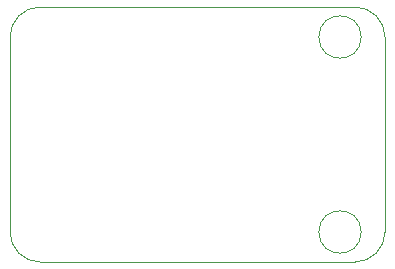
<source format=gbr>
%TF.GenerationSoftware,KiCad,Pcbnew,7.0.9-1.fc39*%
%TF.CreationDate,2023-12-29T10:14:23-08:00*%
%TF.ProjectId,ADB-USB-adapter,4144422d-5553-4422-9d61-646170746572,rev?*%
%TF.SameCoordinates,Original*%
%TF.FileFunction,Profile,NP*%
%FSLAX46Y46*%
G04 Gerber Fmt 4.6, Leading zero omitted, Abs format (unit mm)*
G04 Created by KiCad (PCBNEW 7.0.9-1.fc39) date 2023-12-29 10:14:23*
%MOMM*%
%LPD*%
G01*
G04 APERTURE LIST*
%TA.AperFunction,Profile*%
%ADD10C,0.100000*%
%TD*%
G04 APERTURE END LIST*
D10*
X50056051Y-38100000D02*
G75*
G03*
X50056051Y-38100000I-1796051J0D01*
G01*
X22860000Y-19050000D02*
G75*
G03*
X20320000Y-21590000I0J-2540000D01*
G01*
X49530000Y-40640000D02*
X22860000Y-40640000D01*
X52070000Y-21590000D02*
X52070000Y-38100000D01*
X20320000Y-38100000D02*
X20320000Y-21590000D01*
X50056051Y-21590000D02*
G75*
G03*
X50056051Y-21590000I-1796051J0D01*
G01*
X52070000Y-21590000D02*
G75*
G03*
X49530000Y-19050000I-2540000J0D01*
G01*
X49530000Y-40640000D02*
G75*
G03*
X52070000Y-38100000I0J2540000D01*
G01*
X20320000Y-38100000D02*
G75*
G03*
X22860000Y-40640000I2540000J0D01*
G01*
X22860000Y-19050000D02*
X49530000Y-19050000D01*
M02*

</source>
